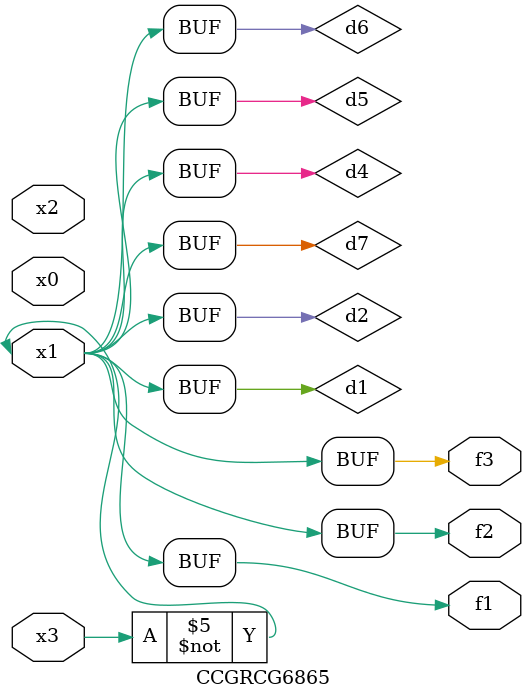
<source format=v>
module CCGRCG6865(
	input x0, x1, x2, x3,
	output f1, f2, f3
);

	wire d1, d2, d3, d4, d5, d6, d7;

	not (d1, x3);
	buf (d2, x1);
	xnor (d3, d1, d2);
	nor (d4, d1);
	buf (d5, d1, d2);
	buf (d6, d4, d5);
	nand (d7, d4);
	assign f1 = d6;
	assign f2 = d7;
	assign f3 = d6;
endmodule

</source>
